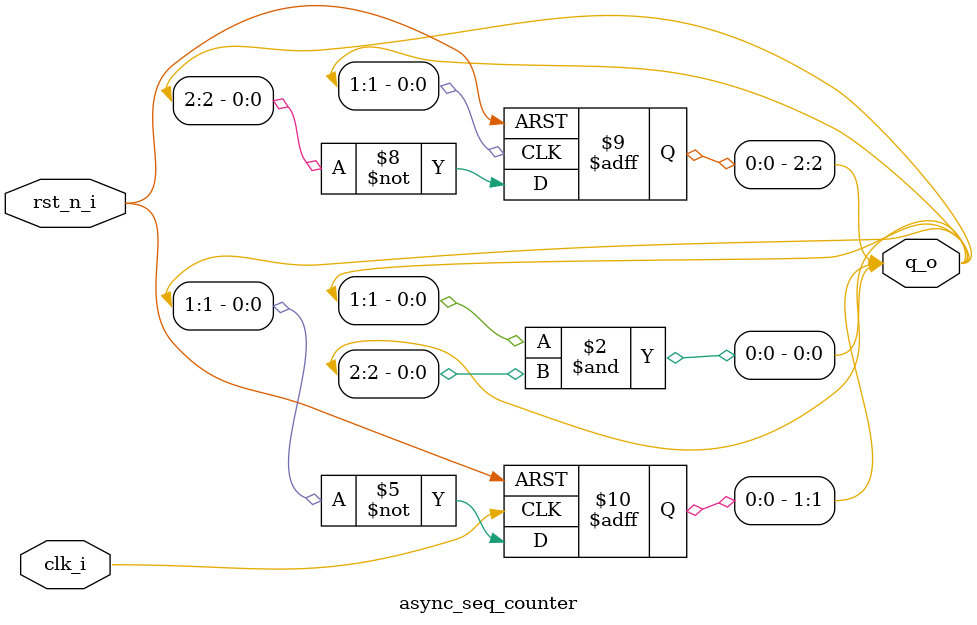
<source format=sv>

module async_seq_counter(
  input              clk_i  , // Clock input
  input              rst_n_i, // Active low synchronous reset
  output logic [2:0] q_o      // Counter output
);
  
  always_comb begin
    q_o[0] = q_o[1] & q_o[2];
  end
  
  always_ff @(negedge clk_i, negedge rst_n_i) begin
    if(!rst_n_i) q_o[1] <= 1'b0   ;
    else         q_o[1] <= ~q_o[1];
  end
  
  always_ff @(negedge q_o[1], negedge rst_n_i) begin
    if(!rst_n_i) q_o[2] <= 1'b0   ;
    else         q_o[2] <= ~q_o[2];
  end
  
endmodule
</source>
